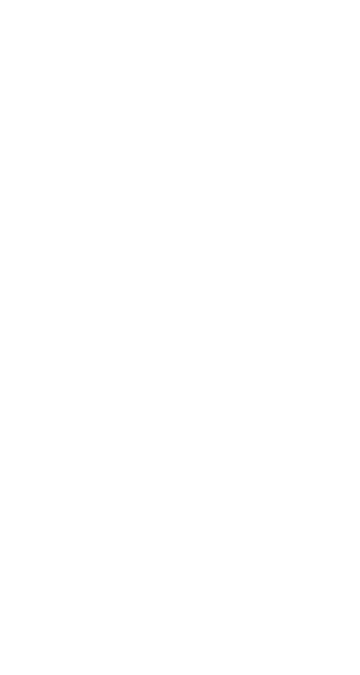
<source format=gbp>
*%FSLAX23Y23*%
*%MOIN*%
G01*
D23*
X5478Y4842D02*
D03*
X4823Y4992D02*
D03*
D49*
X5040Y6512D02*
D03*
X5071D02*
D03*
X5103D02*
D03*
X5134D02*
D03*
X5166D02*
D03*
X5197D02*
D03*
X5229D02*
D03*
X5260D02*
D03*
X5263Y6847D02*
D03*
X5232D02*
D03*
X5200D02*
D03*
X5169D02*
D03*
X5137D02*
D03*
X5106D02*
D03*
X5074D02*
D03*
X5043D02*
D03*
D53*
X5178Y4842D02*
D03*
X5228D02*
D03*
X5278D02*
D03*
X5328D02*
D03*
X5378D02*
D03*
X5428D02*
D03*
X5178Y5217D02*
D03*
X5228D02*
D03*
X5278D02*
D03*
X5328D02*
D03*
X5378D02*
D03*
X5428D02*
D03*
X5478D02*
D03*
X4773Y4992D02*
D03*
X4723D02*
D03*
X4673D02*
D03*
Y5217D02*
D03*
X4723D02*
D03*
X4773D02*
D03*
X4823D02*
D03*
D54*
X5341Y5539D02*
D03*
X5291D02*
D03*
X5241D02*
D03*
X5191D02*
D03*
X5141D02*
D03*
X5091D02*
D03*
X5041D02*
D03*
X4991D02*
D03*
X4941D02*
D03*
X4891D02*
D03*
X4841D02*
D03*
Y6179D02*
D03*
X4891D02*
D03*
X4941D02*
D03*
X4991D02*
D03*
X5041D02*
D03*
X5091D02*
D03*
X5141D02*
D03*
X5191D02*
D03*
X5241D02*
D03*
X5291D02*
D03*
X5341D02*
D03*
D62*
X5403Y6282D02*
D03*
X5472D02*
D03*
X5273D02*
D03*
X5343D02*
D03*
X5143D02*
D03*
X5212D02*
D03*
Y6352D02*
D03*
X5143D02*
D03*
X5273D02*
D03*
X5343D02*
D03*
X5403D02*
D03*
X5472D02*
D03*
X4847Y5307D02*
D03*
X4778D02*
D03*
X4678Y5377D02*
D03*
X4747D02*
D03*
X5292Y5367D02*
D03*
X5223D02*
D03*
X5358Y5297D02*
D03*
X5288D02*
D03*
D66*
X4984Y6790D02*
D03*
Y6759D02*
D03*
Y6727D02*
D03*
Y6696D02*
D03*
Y6664D02*
D03*
Y6633D02*
D03*
Y6601D02*
D03*
Y6570D02*
D03*
X5318Y6568D02*
D03*
Y6599D02*
D03*
Y6631D02*
D03*
Y6662D02*
D03*
Y6694D02*
D03*
Y6725D02*
D03*
Y6757D02*
D03*
Y6788D02*
D03*
D69*
X5508Y6112D02*
D03*
Y6182D02*
D03*
X5573Y6112D02*
D03*
Y6182D02*
D03*
X5523Y5987D02*
D03*
Y5917D02*
D03*
X4658Y5622D02*
D03*
Y5692D02*
D03*
Y5822D02*
D03*
Y5752D02*
D03*
X4433Y6232D02*
D03*
Y6162D02*
D03*
X5313Y6987D02*
D03*
Y6918D02*
D03*
X4433Y6022D02*
D03*
Y6092D02*
D03*
X4593Y5052D02*
D03*
Y4982D02*
D03*
X5578Y5072D02*
D03*
Y5002D02*
D03*
D90*
X5413Y5857D02*
D03*
Y5807D02*
D03*
Y5757D02*
D03*
Y5707D02*
D03*
Y5657D02*
D03*
Y5607D02*
D03*
X4773D02*
D03*
Y5657D02*
D03*
Y5707D02*
D03*
Y5757D02*
D03*
Y5807D02*
D03*
Y5857D02*
D03*
Y5907D02*
D03*
Y5957D02*
D03*
Y6007D02*
D03*
Y6057D02*
D03*
Y6107D02*
D03*
X5413D02*
D03*
Y6057D02*
D03*
Y6007D02*
D03*
Y5957D02*
D03*
Y5907D02*
D03*
M02*

</source>
